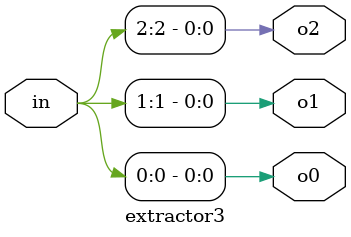
<source format=v>
`timescale 1ns / 1ps
module extractor3(
	in,
	o0,o1,o2
	);
	input [2:0] in;
	output o0;
	output o1;
	output o2;

	assign o0 = in[0];
	assign o1 = in[1];
	assign o2 = in[2];

endmodule


</source>
